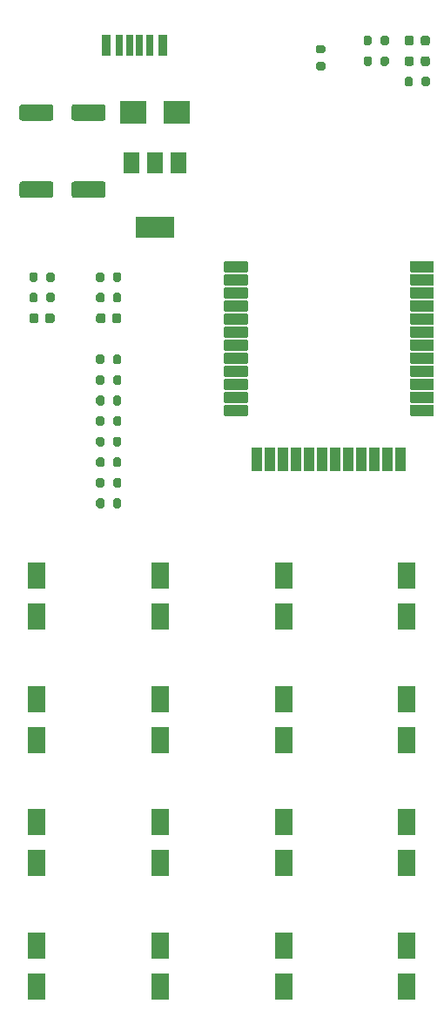
<source format=gbr>
%TF.GenerationSoftware,KiCad,Pcbnew,(5.1.10)-1*%
%TF.CreationDate,2024-04-06T16:28:10+09:00*%
%TF.ProjectId,KiCAD_BLEModuleDevTestBoard,4b694341-445f-4424-9c45-4d6f64756c65,rev?*%
%TF.SameCoordinates,Original*%
%TF.FileFunction,Paste,Top*%
%TF.FilePolarity,Positive*%
%FSLAX46Y46*%
G04 Gerber Fmt 4.6, Leading zero omitted, Abs format (unit mm)*
G04 Created by KiCad (PCBNEW (5.1.10)-1) date 2024-04-06 16:28:10*
%MOMM*%
%LPD*%
G01*
G04 APERTURE LIST*
%ADD10R,3.800000X2.000000*%
%ADD11R,1.500000X2.000000*%
%ADD12R,2.500000X2.300000*%
%ADD13R,0.900000X2.000000*%
%ADD14R,0.800000X2.000000*%
%ADD15R,0.700000X2.000000*%
%ADD16R,1.700000X2.500000*%
G04 APERTURE END LIST*
%TO.C,R5*%
G36*
G01*
X153375000Y-51900000D02*
X152825000Y-51900000D01*
G75*
G02*
X152625000Y-51700000I0J200000D01*
G01*
X152625000Y-51300000D01*
G75*
G02*
X152825000Y-51100000I200000J0D01*
G01*
X153375000Y-51100000D01*
G75*
G02*
X153575000Y-51300000I0J-200000D01*
G01*
X153575000Y-51700000D01*
G75*
G02*
X153375000Y-51900000I-200000J0D01*
G01*
G37*
G36*
G01*
X153375000Y-50250000D02*
X152825000Y-50250000D01*
G75*
G02*
X152625000Y-50050000I0J200000D01*
G01*
X152625000Y-49650000D01*
G75*
G02*
X152825000Y-49450000I200000J0D01*
G01*
X153375000Y-49450000D01*
G75*
G02*
X153575000Y-49650000I0J-200000D01*
G01*
X153575000Y-50050000D01*
G75*
G02*
X153375000Y-50250000I-200000J0D01*
G01*
G37*
%TD*%
%TO.C,U1*%
G36*
G01*
X164099800Y-70532000D02*
X164099800Y-71468000D01*
G75*
G02*
X164047800Y-71520000I-52000J0D01*
G01*
X161851800Y-71520000D01*
G75*
G02*
X161799800Y-71468000I0J52000D01*
G01*
X161799800Y-70532000D01*
G75*
G02*
X161851800Y-70480000I52000J0D01*
G01*
X164047800Y-70480000D01*
G75*
G02*
X164099800Y-70532000I0J-52000D01*
G01*
G37*
G36*
G01*
X164099800Y-73072000D02*
X164099800Y-74008000D01*
G75*
G02*
X164047800Y-74060000I-52000J0D01*
G01*
X161851800Y-74060000D01*
G75*
G02*
X161799800Y-74008000I0J52000D01*
G01*
X161799800Y-73072000D01*
G75*
G02*
X161851800Y-73020000I52000J0D01*
G01*
X164047800Y-73020000D01*
G75*
G02*
X164099800Y-73072000I0J-52000D01*
G01*
G37*
G36*
G01*
X164099800Y-78152000D02*
X164099800Y-79088000D01*
G75*
G02*
X164047800Y-79140000I-52000J0D01*
G01*
X161851800Y-79140000D01*
G75*
G02*
X161799800Y-79088000I0J52000D01*
G01*
X161799800Y-78152000D01*
G75*
G02*
X161851800Y-78100000I52000J0D01*
G01*
X164047800Y-78100000D01*
G75*
G02*
X164099800Y-78152000I0J-52000D01*
G01*
G37*
G36*
G01*
X164099800Y-75612000D02*
X164099800Y-76548000D01*
G75*
G02*
X164047800Y-76600000I-52000J0D01*
G01*
X161851800Y-76600000D01*
G75*
G02*
X161799800Y-76548000I0J52000D01*
G01*
X161799800Y-75612000D01*
G75*
G02*
X161851800Y-75560000I52000J0D01*
G01*
X164047800Y-75560000D01*
G75*
G02*
X164099800Y-75612000I0J-52000D01*
G01*
G37*
G36*
G01*
X164099800Y-76882000D02*
X164099800Y-77818000D01*
G75*
G02*
X164047800Y-77870000I-52000J0D01*
G01*
X161851800Y-77870000D01*
G75*
G02*
X161799800Y-77818000I0J52000D01*
G01*
X161799800Y-76882000D01*
G75*
G02*
X161851800Y-76830000I52000J0D01*
G01*
X164047800Y-76830000D01*
G75*
G02*
X164099800Y-76882000I0J-52000D01*
G01*
G37*
G36*
G01*
X164099800Y-74342000D02*
X164099800Y-75278000D01*
G75*
G02*
X164047800Y-75330000I-52000J0D01*
G01*
X161851800Y-75330000D01*
G75*
G02*
X161799800Y-75278000I0J52000D01*
G01*
X161799800Y-74342000D01*
G75*
G02*
X161851800Y-74290000I52000J0D01*
G01*
X164047800Y-74290000D01*
G75*
G02*
X164099800Y-74342000I0J-52000D01*
G01*
G37*
G36*
G01*
X164099800Y-79422000D02*
X164099800Y-80358000D01*
G75*
G02*
X164047800Y-80410000I-52000J0D01*
G01*
X161851800Y-80410000D01*
G75*
G02*
X161799800Y-80358000I0J52000D01*
G01*
X161799800Y-79422000D01*
G75*
G02*
X161851800Y-79370000I52000J0D01*
G01*
X164047800Y-79370000D01*
G75*
G02*
X164099800Y-79422000I0J-52000D01*
G01*
G37*
G36*
G01*
X164099800Y-83232000D02*
X164099800Y-84168000D01*
G75*
G02*
X164047800Y-84220000I-52000J0D01*
G01*
X161851800Y-84220000D01*
G75*
G02*
X161799800Y-84168000I0J52000D01*
G01*
X161799800Y-83232000D01*
G75*
G02*
X161851800Y-83180000I52000J0D01*
G01*
X164047800Y-83180000D01*
G75*
G02*
X164099800Y-83232000I0J-52000D01*
G01*
G37*
G36*
G01*
X164099800Y-80692000D02*
X164099800Y-81628000D01*
G75*
G02*
X164047800Y-81680000I-52000J0D01*
G01*
X161851800Y-81680000D01*
G75*
G02*
X161799800Y-81628000I0J52000D01*
G01*
X161799800Y-80692000D01*
G75*
G02*
X161851800Y-80640000I52000J0D01*
G01*
X164047800Y-80640000D01*
G75*
G02*
X164099800Y-80692000I0J-52000D01*
G01*
G37*
G36*
G01*
X164099800Y-84502000D02*
X164099800Y-85438000D01*
G75*
G02*
X164047800Y-85490000I-52000J0D01*
G01*
X161851800Y-85490000D01*
G75*
G02*
X161799800Y-85438000I0J52000D01*
G01*
X161799800Y-84502000D01*
G75*
G02*
X161851800Y-84450000I52000J0D01*
G01*
X164047800Y-84450000D01*
G75*
G02*
X164099800Y-84502000I0J-52000D01*
G01*
G37*
G36*
G01*
X164099800Y-81962000D02*
X164099800Y-82898000D01*
G75*
G02*
X164047800Y-82950000I-52000J0D01*
G01*
X161851800Y-82950000D01*
G75*
G02*
X161799800Y-82898000I0J52000D01*
G01*
X161799800Y-81962000D01*
G75*
G02*
X161851800Y-81910000I52000J0D01*
G01*
X164047800Y-81910000D01*
G75*
G02*
X164099800Y-81962000I0J-52000D01*
G01*
G37*
G36*
G01*
X164099800Y-71802000D02*
X164099800Y-72738000D01*
G75*
G02*
X164047800Y-72790000I-52000J0D01*
G01*
X161851800Y-72790000D01*
G75*
G02*
X161799800Y-72738000I0J52000D01*
G01*
X161799800Y-71802000D01*
G75*
G02*
X161851800Y-71750000I52000J0D01*
G01*
X164047800Y-71750000D01*
G75*
G02*
X164099800Y-71802000I0J-52000D01*
G01*
G37*
G36*
G01*
X160068000Y-90885000D02*
X159132000Y-90885000D01*
G75*
G02*
X159080000Y-90833000I0J52000D01*
G01*
X159080000Y-88637000D01*
G75*
G02*
X159132000Y-88585000I52000J0D01*
G01*
X160068000Y-88585000D01*
G75*
G02*
X160120000Y-88637000I0J-52000D01*
G01*
X160120000Y-90833000D01*
G75*
G02*
X160068000Y-90885000I-52000J0D01*
G01*
G37*
G36*
G01*
X158798000Y-90885000D02*
X157862000Y-90885000D01*
G75*
G02*
X157810000Y-90833000I0J52000D01*
G01*
X157810000Y-88637000D01*
G75*
G02*
X157862000Y-88585000I52000J0D01*
G01*
X158798000Y-88585000D01*
G75*
G02*
X158850000Y-88637000I0J-52000D01*
G01*
X158850000Y-90833000D01*
G75*
G02*
X158798000Y-90885000I-52000J0D01*
G01*
G37*
G36*
G01*
X161338000Y-90885000D02*
X160402000Y-90885000D01*
G75*
G02*
X160350000Y-90833000I0J52000D01*
G01*
X160350000Y-88637000D01*
G75*
G02*
X160402000Y-88585000I52000J0D01*
G01*
X161338000Y-88585000D01*
G75*
G02*
X161390000Y-88637000I0J-52000D01*
G01*
X161390000Y-90833000D01*
G75*
G02*
X161338000Y-90885000I-52000J0D01*
G01*
G37*
G36*
G01*
X149908000Y-90885000D02*
X148972000Y-90885000D01*
G75*
G02*
X148920000Y-90833000I0J52000D01*
G01*
X148920000Y-88637000D01*
G75*
G02*
X148972000Y-88585000I52000J0D01*
G01*
X149908000Y-88585000D01*
G75*
G02*
X149960000Y-88637000I0J-52000D01*
G01*
X149960000Y-90833000D01*
G75*
G02*
X149908000Y-90885000I-52000J0D01*
G01*
G37*
G36*
G01*
X147368000Y-90885000D02*
X146432000Y-90885000D01*
G75*
G02*
X146380000Y-90833000I0J52000D01*
G01*
X146380000Y-88637000D01*
G75*
G02*
X146432000Y-88585000I52000J0D01*
G01*
X147368000Y-88585000D01*
G75*
G02*
X147420000Y-88637000I0J-52000D01*
G01*
X147420000Y-90833000D01*
G75*
G02*
X147368000Y-90885000I-52000J0D01*
G01*
G37*
G36*
G01*
X148638000Y-90885000D02*
X147702000Y-90885000D01*
G75*
G02*
X147650000Y-90833000I0J52000D01*
G01*
X147650000Y-88637000D01*
G75*
G02*
X147702000Y-88585000I52000J0D01*
G01*
X148638000Y-88585000D01*
G75*
G02*
X148690000Y-88637000I0J-52000D01*
G01*
X148690000Y-90833000D01*
G75*
G02*
X148638000Y-90885000I-52000J0D01*
G01*
G37*
G36*
G01*
X151178000Y-90885000D02*
X150242000Y-90885000D01*
G75*
G02*
X150190000Y-90833000I0J52000D01*
G01*
X150190000Y-88637000D01*
G75*
G02*
X150242000Y-88585000I52000J0D01*
G01*
X151178000Y-88585000D01*
G75*
G02*
X151230000Y-88637000I0J-52000D01*
G01*
X151230000Y-90833000D01*
G75*
G02*
X151178000Y-90885000I-52000J0D01*
G01*
G37*
G36*
G01*
X152448000Y-90885000D02*
X151512000Y-90885000D01*
G75*
G02*
X151460000Y-90833000I0J52000D01*
G01*
X151460000Y-88637000D01*
G75*
G02*
X151512000Y-88585000I52000J0D01*
G01*
X152448000Y-88585000D01*
G75*
G02*
X152500000Y-88637000I0J-52000D01*
G01*
X152500000Y-90833000D01*
G75*
G02*
X152448000Y-90885000I-52000J0D01*
G01*
G37*
G36*
G01*
X157528000Y-90885000D02*
X156592000Y-90885000D01*
G75*
G02*
X156540000Y-90833000I0J52000D01*
G01*
X156540000Y-88637000D01*
G75*
G02*
X156592000Y-88585000I52000J0D01*
G01*
X157528000Y-88585000D01*
G75*
G02*
X157580000Y-88637000I0J-52000D01*
G01*
X157580000Y-90833000D01*
G75*
G02*
X157528000Y-90885000I-52000J0D01*
G01*
G37*
G36*
G01*
X154988000Y-90885000D02*
X154052000Y-90885000D01*
G75*
G02*
X154000000Y-90833000I0J52000D01*
G01*
X154000000Y-88637000D01*
G75*
G02*
X154052000Y-88585000I52000J0D01*
G01*
X154988000Y-88585000D01*
G75*
G02*
X155040000Y-88637000I0J-52000D01*
G01*
X155040000Y-90833000D01*
G75*
G02*
X154988000Y-90885000I-52000J0D01*
G01*
G37*
G36*
G01*
X153718000Y-90885000D02*
X152782000Y-90885000D01*
G75*
G02*
X152730000Y-90833000I0J52000D01*
G01*
X152730000Y-88637000D01*
G75*
G02*
X152782000Y-88585000I52000J0D01*
G01*
X153718000Y-88585000D01*
G75*
G02*
X153770000Y-88637000I0J-52000D01*
G01*
X153770000Y-90833000D01*
G75*
G02*
X153718000Y-90885000I-52000J0D01*
G01*
G37*
G36*
G01*
X156258000Y-90885000D02*
X155322000Y-90885000D01*
G75*
G02*
X155270000Y-90833000I0J52000D01*
G01*
X155270000Y-88637000D01*
G75*
G02*
X155322000Y-88585000I52000J0D01*
G01*
X156258000Y-88585000D01*
G75*
G02*
X156310000Y-88637000I0J-52000D01*
G01*
X156310000Y-90833000D01*
G75*
G02*
X156258000Y-90885000I-52000J0D01*
G01*
G37*
G36*
G01*
X143715000Y-84168000D02*
X143715000Y-83232000D01*
G75*
G02*
X143767000Y-83180000I52000J0D01*
G01*
X145963000Y-83180000D01*
G75*
G02*
X146015000Y-83232000I0J-52000D01*
G01*
X146015000Y-84168000D01*
G75*
G02*
X145963000Y-84220000I-52000J0D01*
G01*
X143767000Y-84220000D01*
G75*
G02*
X143715000Y-84168000I0J52000D01*
G01*
G37*
G36*
G01*
X143715000Y-82898000D02*
X143715000Y-81962000D01*
G75*
G02*
X143767000Y-81910000I52000J0D01*
G01*
X145963000Y-81910000D01*
G75*
G02*
X146015000Y-81962000I0J-52000D01*
G01*
X146015000Y-82898000D01*
G75*
G02*
X145963000Y-82950000I-52000J0D01*
G01*
X143767000Y-82950000D01*
G75*
G02*
X143715000Y-82898000I0J52000D01*
G01*
G37*
G36*
G01*
X143715000Y-85438000D02*
X143715000Y-84502000D01*
G75*
G02*
X143767000Y-84450000I52000J0D01*
G01*
X145963000Y-84450000D01*
G75*
G02*
X146015000Y-84502000I0J-52000D01*
G01*
X146015000Y-85438000D01*
G75*
G02*
X145963000Y-85490000I-52000J0D01*
G01*
X143767000Y-85490000D01*
G75*
G02*
X143715000Y-85438000I0J52000D01*
G01*
G37*
G36*
G01*
X143715000Y-79088000D02*
X143715000Y-78152000D01*
G75*
G02*
X143767000Y-78100000I52000J0D01*
G01*
X145963000Y-78100000D01*
G75*
G02*
X146015000Y-78152000I0J-52000D01*
G01*
X146015000Y-79088000D01*
G75*
G02*
X145963000Y-79140000I-52000J0D01*
G01*
X143767000Y-79140000D01*
G75*
G02*
X143715000Y-79088000I0J52000D01*
G01*
G37*
G36*
G01*
X143715000Y-77818000D02*
X143715000Y-76882000D01*
G75*
G02*
X143767000Y-76830000I52000J0D01*
G01*
X145963000Y-76830000D01*
G75*
G02*
X146015000Y-76882000I0J-52000D01*
G01*
X146015000Y-77818000D01*
G75*
G02*
X145963000Y-77870000I-52000J0D01*
G01*
X143767000Y-77870000D01*
G75*
G02*
X143715000Y-77818000I0J52000D01*
G01*
G37*
G36*
G01*
X143715000Y-80358000D02*
X143715000Y-79422000D01*
G75*
G02*
X143767000Y-79370000I52000J0D01*
G01*
X145963000Y-79370000D01*
G75*
G02*
X146015000Y-79422000I0J-52000D01*
G01*
X146015000Y-80358000D01*
G75*
G02*
X145963000Y-80410000I-52000J0D01*
G01*
X143767000Y-80410000D01*
G75*
G02*
X143715000Y-80358000I0J52000D01*
G01*
G37*
G36*
G01*
X143715000Y-81628000D02*
X143715000Y-80692000D01*
G75*
G02*
X143767000Y-80640000I52000J0D01*
G01*
X145963000Y-80640000D01*
G75*
G02*
X146015000Y-80692000I0J-52000D01*
G01*
X146015000Y-81628000D01*
G75*
G02*
X145963000Y-81680000I-52000J0D01*
G01*
X143767000Y-81680000D01*
G75*
G02*
X143715000Y-81628000I0J52000D01*
G01*
G37*
G36*
G01*
X143715000Y-76548000D02*
X143715000Y-75612000D01*
G75*
G02*
X143767000Y-75560000I52000J0D01*
G01*
X145963000Y-75560000D01*
G75*
G02*
X146015000Y-75612000I0J-52000D01*
G01*
X146015000Y-76548000D01*
G75*
G02*
X145963000Y-76600000I-52000J0D01*
G01*
X143767000Y-76600000D01*
G75*
G02*
X143715000Y-76548000I0J52000D01*
G01*
G37*
G36*
G01*
X143715000Y-75278000D02*
X143715000Y-74342000D01*
G75*
G02*
X143767000Y-74290000I52000J0D01*
G01*
X145963000Y-74290000D01*
G75*
G02*
X146015000Y-74342000I0J-52000D01*
G01*
X146015000Y-75278000D01*
G75*
G02*
X145963000Y-75330000I-52000J0D01*
G01*
X143767000Y-75330000D01*
G75*
G02*
X143715000Y-75278000I0J52000D01*
G01*
G37*
G36*
G01*
X143715000Y-74008000D02*
X143715000Y-73072000D01*
G75*
G02*
X143767000Y-73020000I52000J0D01*
G01*
X145963000Y-73020000D01*
G75*
G02*
X146015000Y-73072000I0J-52000D01*
G01*
X146015000Y-74008000D01*
G75*
G02*
X145963000Y-74060000I-52000J0D01*
G01*
X143767000Y-74060000D01*
G75*
G02*
X143715000Y-74008000I0J52000D01*
G01*
G37*
G36*
G01*
X143715000Y-72738000D02*
X143715000Y-71802000D01*
G75*
G02*
X143767000Y-71750000I52000J0D01*
G01*
X145963000Y-71750000D01*
G75*
G02*
X146015000Y-71802000I0J-52000D01*
G01*
X146015000Y-72738000D01*
G75*
G02*
X145963000Y-72790000I-52000J0D01*
G01*
X143767000Y-72790000D01*
G75*
G02*
X143715000Y-72738000I0J52000D01*
G01*
G37*
G36*
G01*
X143715000Y-71468000D02*
X143715000Y-70532000D01*
G75*
G02*
X143767000Y-70480000I52000J0D01*
G01*
X145963000Y-70480000D01*
G75*
G02*
X146015000Y-70532000I0J-52000D01*
G01*
X146015000Y-71468000D01*
G75*
G02*
X145963000Y-71520000I-52000J0D01*
G01*
X143767000Y-71520000D01*
G75*
G02*
X143715000Y-71468000I0J52000D01*
G01*
G37*
%TD*%
%TO.C,R16*%
G36*
G01*
X133725000Y-93725000D02*
X133725000Y-94275000D01*
G75*
G02*
X133525000Y-94475000I-200000J0D01*
G01*
X133125000Y-94475000D01*
G75*
G02*
X132925000Y-94275000I0J200000D01*
G01*
X132925000Y-93725000D01*
G75*
G02*
X133125000Y-93525000I200000J0D01*
G01*
X133525000Y-93525000D01*
G75*
G02*
X133725000Y-93725000I0J-200000D01*
G01*
G37*
G36*
G01*
X132075000Y-93725000D02*
X132075000Y-94275000D01*
G75*
G02*
X131875000Y-94475000I-200000J0D01*
G01*
X131475000Y-94475000D01*
G75*
G02*
X131275000Y-94275000I0J200000D01*
G01*
X131275000Y-93725000D01*
G75*
G02*
X131475000Y-93525000I200000J0D01*
G01*
X131875000Y-93525000D01*
G75*
G02*
X132075000Y-93725000I0J-200000D01*
G01*
G37*
%TD*%
%TO.C,R15*%
G36*
G01*
X133725000Y-91725000D02*
X133725000Y-92275000D01*
G75*
G02*
X133525000Y-92475000I-200000J0D01*
G01*
X133125000Y-92475000D01*
G75*
G02*
X132925000Y-92275000I0J200000D01*
G01*
X132925000Y-91725000D01*
G75*
G02*
X133125000Y-91525000I200000J0D01*
G01*
X133525000Y-91525000D01*
G75*
G02*
X133725000Y-91725000I0J-200000D01*
G01*
G37*
G36*
G01*
X132075000Y-91725000D02*
X132075000Y-92275000D01*
G75*
G02*
X131875000Y-92475000I-200000J0D01*
G01*
X131475000Y-92475000D01*
G75*
G02*
X131275000Y-92275000I0J200000D01*
G01*
X131275000Y-91725000D01*
G75*
G02*
X131475000Y-91525000I200000J0D01*
G01*
X131875000Y-91525000D01*
G75*
G02*
X132075000Y-91725000I0J-200000D01*
G01*
G37*
%TD*%
%TO.C,R14*%
G36*
G01*
X133725000Y-89725000D02*
X133725000Y-90275000D01*
G75*
G02*
X133525000Y-90475000I-200000J0D01*
G01*
X133125000Y-90475000D01*
G75*
G02*
X132925000Y-90275000I0J200000D01*
G01*
X132925000Y-89725000D01*
G75*
G02*
X133125000Y-89525000I200000J0D01*
G01*
X133525000Y-89525000D01*
G75*
G02*
X133725000Y-89725000I0J-200000D01*
G01*
G37*
G36*
G01*
X132075000Y-89725000D02*
X132075000Y-90275000D01*
G75*
G02*
X131875000Y-90475000I-200000J0D01*
G01*
X131475000Y-90475000D01*
G75*
G02*
X131275000Y-90275000I0J200000D01*
G01*
X131275000Y-89725000D01*
G75*
G02*
X131475000Y-89525000I200000J0D01*
G01*
X131875000Y-89525000D01*
G75*
G02*
X132075000Y-89725000I0J-200000D01*
G01*
G37*
%TD*%
%TO.C,R13*%
G36*
G01*
X133725000Y-87725000D02*
X133725000Y-88275000D01*
G75*
G02*
X133525000Y-88475000I-200000J0D01*
G01*
X133125000Y-88475000D01*
G75*
G02*
X132925000Y-88275000I0J200000D01*
G01*
X132925000Y-87725000D01*
G75*
G02*
X133125000Y-87525000I200000J0D01*
G01*
X133525000Y-87525000D01*
G75*
G02*
X133725000Y-87725000I0J-200000D01*
G01*
G37*
G36*
G01*
X132075000Y-87725000D02*
X132075000Y-88275000D01*
G75*
G02*
X131875000Y-88475000I-200000J0D01*
G01*
X131475000Y-88475000D01*
G75*
G02*
X131275000Y-88275000I0J200000D01*
G01*
X131275000Y-87725000D01*
G75*
G02*
X131475000Y-87525000I200000J0D01*
G01*
X131875000Y-87525000D01*
G75*
G02*
X132075000Y-87725000I0J-200000D01*
G01*
G37*
%TD*%
%TO.C,R9*%
G36*
G01*
X133725000Y-79725000D02*
X133725000Y-80275000D01*
G75*
G02*
X133525000Y-80475000I-200000J0D01*
G01*
X133125000Y-80475000D01*
G75*
G02*
X132925000Y-80275000I0J200000D01*
G01*
X132925000Y-79725000D01*
G75*
G02*
X133125000Y-79525000I200000J0D01*
G01*
X133525000Y-79525000D01*
G75*
G02*
X133725000Y-79725000I0J-200000D01*
G01*
G37*
G36*
G01*
X132075000Y-79725000D02*
X132075000Y-80275000D01*
G75*
G02*
X131875000Y-80475000I-200000J0D01*
G01*
X131475000Y-80475000D01*
G75*
G02*
X131275000Y-80275000I0J200000D01*
G01*
X131275000Y-79725000D01*
G75*
G02*
X131475000Y-79525000I200000J0D01*
G01*
X131875000Y-79525000D01*
G75*
G02*
X132075000Y-79725000I0J-200000D01*
G01*
G37*
%TD*%
%TO.C,R10*%
G36*
G01*
X133725000Y-81725000D02*
X133725000Y-82275000D01*
G75*
G02*
X133525000Y-82475000I-200000J0D01*
G01*
X133125000Y-82475000D01*
G75*
G02*
X132925000Y-82275000I0J200000D01*
G01*
X132925000Y-81725000D01*
G75*
G02*
X133125000Y-81525000I200000J0D01*
G01*
X133525000Y-81525000D01*
G75*
G02*
X133725000Y-81725000I0J-200000D01*
G01*
G37*
G36*
G01*
X132075000Y-81725000D02*
X132075000Y-82275000D01*
G75*
G02*
X131875000Y-82475000I-200000J0D01*
G01*
X131475000Y-82475000D01*
G75*
G02*
X131275000Y-82275000I0J200000D01*
G01*
X131275000Y-81725000D01*
G75*
G02*
X131475000Y-81525000I200000J0D01*
G01*
X131875000Y-81525000D01*
G75*
G02*
X132075000Y-81725000I0J-200000D01*
G01*
G37*
%TD*%
%TO.C,R11*%
G36*
G01*
X133725000Y-83725000D02*
X133725000Y-84275000D01*
G75*
G02*
X133525000Y-84475000I-200000J0D01*
G01*
X133125000Y-84475000D01*
G75*
G02*
X132925000Y-84275000I0J200000D01*
G01*
X132925000Y-83725000D01*
G75*
G02*
X133125000Y-83525000I200000J0D01*
G01*
X133525000Y-83525000D01*
G75*
G02*
X133725000Y-83725000I0J-200000D01*
G01*
G37*
G36*
G01*
X132075000Y-83725000D02*
X132075000Y-84275000D01*
G75*
G02*
X131875000Y-84475000I-200000J0D01*
G01*
X131475000Y-84475000D01*
G75*
G02*
X131275000Y-84275000I0J200000D01*
G01*
X131275000Y-83725000D01*
G75*
G02*
X131475000Y-83525000I200000J0D01*
G01*
X131875000Y-83525000D01*
G75*
G02*
X132075000Y-83725000I0J-200000D01*
G01*
G37*
%TD*%
%TO.C,R12*%
G36*
G01*
X133725000Y-85725000D02*
X133725000Y-86275000D01*
G75*
G02*
X133525000Y-86475000I-200000J0D01*
G01*
X133125000Y-86475000D01*
G75*
G02*
X132925000Y-86275000I0J200000D01*
G01*
X132925000Y-85725000D01*
G75*
G02*
X133125000Y-85525000I200000J0D01*
G01*
X133525000Y-85525000D01*
G75*
G02*
X133725000Y-85725000I0J-200000D01*
G01*
G37*
G36*
G01*
X132075000Y-85725000D02*
X132075000Y-86275000D01*
G75*
G02*
X131875000Y-86475000I-200000J0D01*
G01*
X131475000Y-86475000D01*
G75*
G02*
X131275000Y-86275000I0J200000D01*
G01*
X131275000Y-85725000D01*
G75*
G02*
X131475000Y-85525000I200000J0D01*
G01*
X131875000Y-85525000D01*
G75*
G02*
X132075000Y-85725000I0J-200000D01*
G01*
G37*
%TD*%
%TO.C,R8*%
G36*
G01*
X161275000Y-53275000D02*
X161275000Y-52725000D01*
G75*
G02*
X161475000Y-52525000I200000J0D01*
G01*
X161875000Y-52525000D01*
G75*
G02*
X162075000Y-52725000I0J-200000D01*
G01*
X162075000Y-53275000D01*
G75*
G02*
X161875000Y-53475000I-200000J0D01*
G01*
X161475000Y-53475000D01*
G75*
G02*
X161275000Y-53275000I0J200000D01*
G01*
G37*
G36*
G01*
X162925000Y-53275000D02*
X162925000Y-52725000D01*
G75*
G02*
X163125000Y-52525000I200000J0D01*
G01*
X163525000Y-52525000D01*
G75*
G02*
X163725000Y-52725000I0J-200000D01*
G01*
X163725000Y-53275000D01*
G75*
G02*
X163525000Y-53475000I-200000J0D01*
G01*
X163125000Y-53475000D01*
G75*
G02*
X162925000Y-53275000I0J200000D01*
G01*
G37*
%TD*%
D10*
%TO.C,U2*%
X137000000Y-67150000D03*
D11*
X137000000Y-60850000D03*
X134700000Y-60850000D03*
X139300000Y-60850000D03*
%TD*%
D12*
%TO.C,TVS1*%
X134850000Y-56000000D03*
X139150000Y-56000000D03*
%TD*%
%TO.C,R7*%
G36*
G01*
X157275000Y-51275000D02*
X157275000Y-50725000D01*
G75*
G02*
X157475000Y-50525000I200000J0D01*
G01*
X157875000Y-50525000D01*
G75*
G02*
X158075000Y-50725000I0J-200000D01*
G01*
X158075000Y-51275000D01*
G75*
G02*
X157875000Y-51475000I-200000J0D01*
G01*
X157475000Y-51475000D01*
G75*
G02*
X157275000Y-51275000I0J200000D01*
G01*
G37*
G36*
G01*
X158925000Y-51275000D02*
X158925000Y-50725000D01*
G75*
G02*
X159125000Y-50525000I200000J0D01*
G01*
X159525000Y-50525000D01*
G75*
G02*
X159725000Y-50725000I0J-200000D01*
G01*
X159725000Y-51275000D01*
G75*
G02*
X159525000Y-51475000I-200000J0D01*
G01*
X159125000Y-51475000D01*
G75*
G02*
X158925000Y-51275000I0J200000D01*
G01*
G37*
%TD*%
%TO.C,R6*%
G36*
G01*
X157275000Y-49275000D02*
X157275000Y-48725000D01*
G75*
G02*
X157475000Y-48525000I200000J0D01*
G01*
X157875000Y-48525000D01*
G75*
G02*
X158075000Y-48725000I0J-200000D01*
G01*
X158075000Y-49275000D01*
G75*
G02*
X157875000Y-49475000I-200000J0D01*
G01*
X157475000Y-49475000D01*
G75*
G02*
X157275000Y-49275000I0J200000D01*
G01*
G37*
G36*
G01*
X158925000Y-49275000D02*
X158925000Y-48725000D01*
G75*
G02*
X159125000Y-48525000I200000J0D01*
G01*
X159525000Y-48525000D01*
G75*
G02*
X159725000Y-48725000I0J-200000D01*
G01*
X159725000Y-49275000D01*
G75*
G02*
X159525000Y-49475000I-200000J0D01*
G01*
X159125000Y-49475000D01*
G75*
G02*
X158925000Y-49275000I0J200000D01*
G01*
G37*
%TD*%
%TO.C,R4*%
G36*
G01*
X133725000Y-73725000D02*
X133725000Y-74275000D01*
G75*
G02*
X133525000Y-74475000I-200000J0D01*
G01*
X133125000Y-74475000D01*
G75*
G02*
X132925000Y-74275000I0J200000D01*
G01*
X132925000Y-73725000D01*
G75*
G02*
X133125000Y-73525000I200000J0D01*
G01*
X133525000Y-73525000D01*
G75*
G02*
X133725000Y-73725000I0J-200000D01*
G01*
G37*
G36*
G01*
X132075000Y-73725000D02*
X132075000Y-74275000D01*
G75*
G02*
X131875000Y-74475000I-200000J0D01*
G01*
X131475000Y-74475000D01*
G75*
G02*
X131275000Y-74275000I0J200000D01*
G01*
X131275000Y-73725000D01*
G75*
G02*
X131475000Y-73525000I200000J0D01*
G01*
X131875000Y-73525000D01*
G75*
G02*
X132075000Y-73725000I0J-200000D01*
G01*
G37*
%TD*%
%TO.C,R2*%
G36*
G01*
X124775000Y-74275000D02*
X124775000Y-73725000D01*
G75*
G02*
X124975000Y-73525000I200000J0D01*
G01*
X125375000Y-73525000D01*
G75*
G02*
X125575000Y-73725000I0J-200000D01*
G01*
X125575000Y-74275000D01*
G75*
G02*
X125375000Y-74475000I-200000J0D01*
G01*
X124975000Y-74475000D01*
G75*
G02*
X124775000Y-74275000I0J200000D01*
G01*
G37*
G36*
G01*
X126425000Y-74275000D02*
X126425000Y-73725000D01*
G75*
G02*
X126625000Y-73525000I200000J0D01*
G01*
X127025000Y-73525000D01*
G75*
G02*
X127225000Y-73725000I0J-200000D01*
G01*
X127225000Y-74275000D01*
G75*
G02*
X127025000Y-74475000I-200000J0D01*
G01*
X126625000Y-74475000D01*
G75*
G02*
X126425000Y-74275000I0J200000D01*
G01*
G37*
%TD*%
%TO.C,R3*%
G36*
G01*
X131275000Y-72275000D02*
X131275000Y-71725000D01*
G75*
G02*
X131475000Y-71525000I200000J0D01*
G01*
X131875000Y-71525000D01*
G75*
G02*
X132075000Y-71725000I0J-200000D01*
G01*
X132075000Y-72275000D01*
G75*
G02*
X131875000Y-72475000I-200000J0D01*
G01*
X131475000Y-72475000D01*
G75*
G02*
X131275000Y-72275000I0J200000D01*
G01*
G37*
G36*
G01*
X132925000Y-72275000D02*
X132925000Y-71725000D01*
G75*
G02*
X133125000Y-71525000I200000J0D01*
G01*
X133525000Y-71525000D01*
G75*
G02*
X133725000Y-71725000I0J-200000D01*
G01*
X133725000Y-72275000D01*
G75*
G02*
X133525000Y-72475000I-200000J0D01*
G01*
X133125000Y-72475000D01*
G75*
G02*
X132925000Y-72275000I0J200000D01*
G01*
G37*
%TD*%
%TO.C,R1*%
G36*
G01*
X124775000Y-72275000D02*
X124775000Y-71725000D01*
G75*
G02*
X124975000Y-71525000I200000J0D01*
G01*
X125375000Y-71525000D01*
G75*
G02*
X125575000Y-71725000I0J-200000D01*
G01*
X125575000Y-72275000D01*
G75*
G02*
X125375000Y-72475000I-200000J0D01*
G01*
X124975000Y-72475000D01*
G75*
G02*
X124775000Y-72275000I0J200000D01*
G01*
G37*
G36*
G01*
X126425000Y-72275000D02*
X126425000Y-71725000D01*
G75*
G02*
X126625000Y-71525000I200000J0D01*
G01*
X127025000Y-71525000D01*
G75*
G02*
X127225000Y-71725000I0J-200000D01*
G01*
X127225000Y-72275000D01*
G75*
G02*
X127025000Y-72475000I-200000J0D01*
G01*
X126625000Y-72475000D01*
G75*
G02*
X126425000Y-72275000I0J200000D01*
G01*
G37*
%TD*%
D13*
%TO.C,J3*%
X137750000Y-49450000D03*
D14*
X136520000Y-49450000D03*
D15*
X134500000Y-49450000D03*
D13*
X132250000Y-49450000D03*
D14*
X133480000Y-49450000D03*
D15*
X135500000Y-49450000D03*
%TD*%
%TO.C,D18*%
G36*
G01*
X162150000Y-50743750D02*
X162150000Y-51256250D01*
G75*
G02*
X161931250Y-51475000I-218750J0D01*
G01*
X161493750Y-51475000D01*
G75*
G02*
X161275000Y-51256250I0J218750D01*
G01*
X161275000Y-50743750D01*
G75*
G02*
X161493750Y-50525000I218750J0D01*
G01*
X161931250Y-50525000D01*
G75*
G02*
X162150000Y-50743750I0J-218750D01*
G01*
G37*
G36*
G01*
X163725000Y-50743750D02*
X163725000Y-51256250D01*
G75*
G02*
X163506250Y-51475000I-218750J0D01*
G01*
X163068750Y-51475000D01*
G75*
G02*
X162850000Y-51256250I0J218750D01*
G01*
X162850000Y-50743750D01*
G75*
G02*
X163068750Y-50525000I218750J0D01*
G01*
X163506250Y-50525000D01*
G75*
G02*
X163725000Y-50743750I0J-218750D01*
G01*
G37*
%TD*%
%TO.C,D17*%
G36*
G01*
X162150000Y-48743750D02*
X162150000Y-49256250D01*
G75*
G02*
X161931250Y-49475000I-218750J0D01*
G01*
X161493750Y-49475000D01*
G75*
G02*
X161275000Y-49256250I0J218750D01*
G01*
X161275000Y-48743750D01*
G75*
G02*
X161493750Y-48525000I218750J0D01*
G01*
X161931250Y-48525000D01*
G75*
G02*
X162150000Y-48743750I0J-218750D01*
G01*
G37*
G36*
G01*
X163725000Y-48743750D02*
X163725000Y-49256250D01*
G75*
G02*
X163506250Y-49475000I-218750J0D01*
G01*
X163068750Y-49475000D01*
G75*
G02*
X162850000Y-49256250I0J218750D01*
G01*
X162850000Y-48743750D01*
G75*
G02*
X163068750Y-48525000I218750J0D01*
G01*
X163506250Y-48525000D01*
G75*
G02*
X163725000Y-48743750I0J-218750D01*
G01*
G37*
%TD*%
D16*
%TO.C,D4*%
X161500000Y-137000000D03*
X161500000Y-141000000D03*
%TD*%
%TO.C,D3*%
X149500000Y-137000000D03*
X149500000Y-141000000D03*
%TD*%
%TO.C,D2*%
X137500000Y-137000000D03*
X137500000Y-141000000D03*
%TD*%
%TO.C,D1*%
X125500000Y-137000000D03*
X125500000Y-141000000D03*
%TD*%
%TO.C,D8*%
X161500000Y-125000000D03*
X161500000Y-129000000D03*
%TD*%
%TO.C,D7*%
X149500000Y-125000000D03*
X149500000Y-129000000D03*
%TD*%
%TO.C,D6*%
X137500000Y-125000000D03*
X137500000Y-129000000D03*
%TD*%
%TO.C,D5*%
X125500000Y-125000000D03*
X125500000Y-129000000D03*
%TD*%
%TO.C,D12*%
X161500000Y-113000000D03*
X161500000Y-117000000D03*
%TD*%
%TO.C,D11*%
X149500000Y-113000000D03*
X149500000Y-117000000D03*
%TD*%
%TO.C,D10*%
X137500000Y-113000000D03*
X137500000Y-117000000D03*
%TD*%
%TO.C,D9*%
X125500000Y-113000000D03*
X125500000Y-117000000D03*
%TD*%
%TO.C,D16*%
X161500000Y-101000000D03*
X161500000Y-105000000D03*
%TD*%
%TO.C,D15*%
X149500000Y-101000000D03*
X149500000Y-105000000D03*
%TD*%
%TO.C,D14*%
X137500000Y-101000000D03*
X137500000Y-105000000D03*
%TD*%
%TO.C,D13*%
X125500000Y-101000000D03*
X125500000Y-105000000D03*
%TD*%
%TO.C,C4*%
G36*
G01*
X131275000Y-76250000D02*
X131275000Y-75750000D01*
G75*
G02*
X131500000Y-75525000I225000J0D01*
G01*
X131950000Y-75525000D01*
G75*
G02*
X132175000Y-75750000I0J-225000D01*
G01*
X132175000Y-76250000D01*
G75*
G02*
X131950000Y-76475000I-225000J0D01*
G01*
X131500000Y-76475000D01*
G75*
G02*
X131275000Y-76250000I0J225000D01*
G01*
G37*
G36*
G01*
X132825000Y-76250000D02*
X132825000Y-75750000D01*
G75*
G02*
X133050000Y-75525000I225000J0D01*
G01*
X133500000Y-75525000D01*
G75*
G02*
X133725000Y-75750000I0J-225000D01*
G01*
X133725000Y-76250000D01*
G75*
G02*
X133500000Y-76475000I-225000J0D01*
G01*
X133050000Y-76475000D01*
G75*
G02*
X132825000Y-76250000I0J225000D01*
G01*
G37*
%TD*%
%TO.C,C3*%
G36*
G01*
X127125000Y-62950000D02*
X127125000Y-64050000D01*
G75*
G02*
X126875000Y-64300000I-250000J0D01*
G01*
X124050000Y-64300000D01*
G75*
G02*
X123800000Y-64050000I0J250000D01*
G01*
X123800000Y-62950000D01*
G75*
G02*
X124050000Y-62700000I250000J0D01*
G01*
X126875000Y-62700000D01*
G75*
G02*
X127125000Y-62950000I0J-250000D01*
G01*
G37*
G36*
G01*
X132200000Y-62950000D02*
X132200000Y-64050000D01*
G75*
G02*
X131950000Y-64300000I-250000J0D01*
G01*
X129125000Y-64300000D01*
G75*
G02*
X128875000Y-64050000I0J250000D01*
G01*
X128875000Y-62950000D01*
G75*
G02*
X129125000Y-62700000I250000J0D01*
G01*
X131950000Y-62700000D01*
G75*
G02*
X132200000Y-62950000I0J-250000D01*
G01*
G37*
%TD*%
%TO.C,C2*%
G36*
G01*
X127225000Y-75750000D02*
X127225000Y-76250000D01*
G75*
G02*
X127000000Y-76475000I-225000J0D01*
G01*
X126550000Y-76475000D01*
G75*
G02*
X126325000Y-76250000I0J225000D01*
G01*
X126325000Y-75750000D01*
G75*
G02*
X126550000Y-75525000I225000J0D01*
G01*
X127000000Y-75525000D01*
G75*
G02*
X127225000Y-75750000I0J-225000D01*
G01*
G37*
G36*
G01*
X125675000Y-75750000D02*
X125675000Y-76250000D01*
G75*
G02*
X125450000Y-76475000I-225000J0D01*
G01*
X125000000Y-76475000D01*
G75*
G02*
X124775000Y-76250000I0J225000D01*
G01*
X124775000Y-75750000D01*
G75*
G02*
X125000000Y-75525000I225000J0D01*
G01*
X125450000Y-75525000D01*
G75*
G02*
X125675000Y-75750000I0J-225000D01*
G01*
G37*
%TD*%
%TO.C,C1*%
G36*
G01*
X127125000Y-55450000D02*
X127125000Y-56550000D01*
G75*
G02*
X126875000Y-56800000I-250000J0D01*
G01*
X124050000Y-56800000D01*
G75*
G02*
X123800000Y-56550000I0J250000D01*
G01*
X123800000Y-55450000D01*
G75*
G02*
X124050000Y-55200000I250000J0D01*
G01*
X126875000Y-55200000D01*
G75*
G02*
X127125000Y-55450000I0J-250000D01*
G01*
G37*
G36*
G01*
X132200000Y-55450000D02*
X132200000Y-56550000D01*
G75*
G02*
X131950000Y-56800000I-250000J0D01*
G01*
X129125000Y-56800000D01*
G75*
G02*
X128875000Y-56550000I0J250000D01*
G01*
X128875000Y-55450000D01*
G75*
G02*
X129125000Y-55200000I250000J0D01*
G01*
X131950000Y-55200000D01*
G75*
G02*
X132200000Y-55450000I0J-250000D01*
G01*
G37*
%TD*%
M02*

</source>
